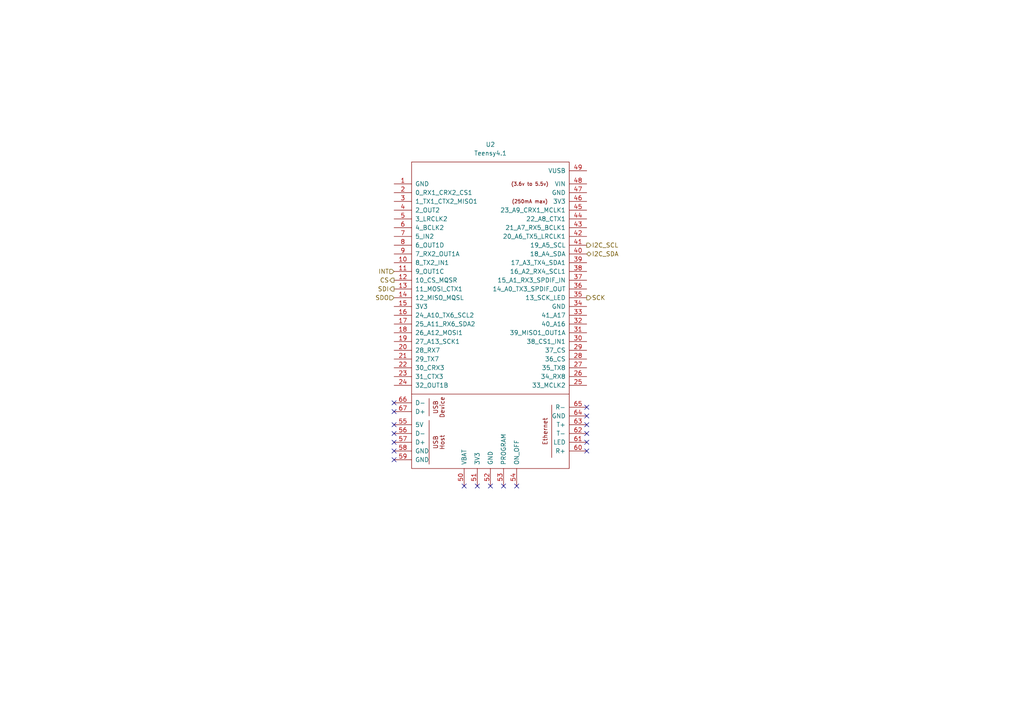
<source format=kicad_sch>
(kicad_sch (version 20250114) (generator "eeschema") (generator_version "9.0")
  (paper "A4")
  (lib_symbols
    (symbol "teensy:Teensy4.1" (pin_names (offset 1.016))
      (property "Reference" "U" (at 0 64.77 0))
      (property "Value" "Teensy4.1" (at 0 62.23 0))
      (symbol "Teensy4.1_0_0"
        (polyline (pts (xy -22.86 -6.35) (xy 22.86 -6.35)))
        (polyline (pts (xy -17.78 -7.62) (xy -17.78 -12.7)))
        (polyline (pts (xy -17.78 -26.67) (xy -17.78 -13.97)))
        (polyline (pts (xy 17.78 -9.525) (xy 17.78 -24.765)))
        (text "USB" (at -15.875 -10.16 900) (effects (font (size 1.27 1.27))))
        (text "USB" (at -15.875 -20.32 900) (effects (font (size 1.27 1.27))))
        (text "Device" (at -13.97 -10.16 900) (effects (font (size 1.27 1.27))))
        (text "Host" (at -13.97 -20.32 900) (effects (font (size 1.27 1.27))))
        (text "(3.6v to 5.5v)" (at 11.43 54.61 0) (effects (font (size 1.016 1.016))))
        (text "(250mA max)" (at 11.43 49.53 0) (effects (font (size 1.016 1.016))))
        (text "Ethernet" (at 15.875 -17.145 900) (effects (font (size 1.27 1.27))))
        (pin bidirectional line (at -27.94 44.45 0) (length 5.08) (name "3_LRCLK2") (number "5"))
        (pin bidirectional line (at -27.94 41.91 0) (length 5.08) (name "4_BCLK2") (number "6"))
        (pin bidirectional line (at -27.94 39.37 0) (length 5.08) (name "5_IN2") (number "7"))
        (pin bidirectional line (at -27.94 36.83 0) (length 5.08) (name "6_OUT1D") (number "8"))
        (pin bidirectional line (at -27.94 34.29 0) (length 5.08) (name "7_RX2_OUT1A") (number "9"))
        (pin bidirectional line (at -27.94 31.75 0) (length 5.08) (name "8_TX2_IN1") (number "10"))
        (pin bidirectional line (at -27.94 29.21 0) (length 5.08) (name "9_OUT1C") (number "11"))
        (pin bidirectional line (at -27.94 26.67 0) (length 5.08) (name "10_CS_MQSR") (number "12"))
        (pin bidirectional line (at -27.94 24.13 0) (length 5.08) (name "11_MOSI_CTX1") (number "13"))
        (pin bidirectional line (at -27.94 21.59 0) (length 5.08) (name "12_MISO_MQSL") (number "14"))
        (pin power_in line (at -27.94 19.05 0) (length 5.08) (name "3V3") (number "15"))
        (pin bidirectional line (at -27.94 16.51 0) (length 5.08) (name "24_A10_TX6_SCL2") (number "16"))
        (pin bidirectional line (at -27.94 13.97 0) (length 5.08) (name "25_A11_RX6_SDA2") (number "17"))
        (pin bidirectional line (at -27.94 11.43 0) (length 5.08) (name "26_A12_MOSI1") (number "18"))
        (pin bidirectional line (at -27.94 8.89 0) (length 5.08) (name "27_A13_SCK1") (number "19"))
        (pin bidirectional line (at -27.94 6.35 0) (length 5.08) (name "28_RX7") (number "20"))
        (pin bidirectional line (at -27.94 3.81 0) (length 5.08) (name "29_TX7") (number "21"))
        (pin bidirectional line (at -27.94 1.27 0) (length 5.08) (name "30_CRX3") (number "22"))
        (pin bidirectional line (at -27.94 -1.27 0) (length 5.08) (name "31_CTX3") (number "23"))
        (pin bidirectional line (at -27.94 -3.81 0) (length 5.08) (name "32_OUT1B") (number "24"))
        (pin bidirectional line (at -27.94 -8.89 0) (length 5.08) (name "D-") (number "66"))
        (pin bidirectional line (at -27.94 -11.43 0) (length 5.08) (name "D+") (number "67"))
        (pin power_out line (at -27.94 -15.24 0) (length 5.08) (name "5V") (number "55"))
        (pin bidirectional line (at -27.94 -17.78 0) (length 5.08) (name "D-") (number "56"))
        (pin bidirectional line (at -27.94 -20.32 0) (length 5.08) (name "D+") (number "57"))
        (pin power_in line (at -27.94 -22.86 0) (length 5.08) (name "GND") (number "58"))
        (pin power_in line (at -27.94 -25.4 0) (length 5.08) (name "GND") (number "59"))
        (pin power_in line (at -7.62 -33.02 90) (length 5.08) (name "VBAT") (number "50"))
        (pin power_in line (at -3.81 -33.02 90) (length 5.08) (name "3V3") (number "51"))
        (pin input line (at 0 -33.02 90) (length 5.08) (name "GND") (number "52"))
        (pin input line (at 3.81 -33.02 90) (length 5.08) (name "PROGRAM") (number "53"))
        (pin input line (at 7.62 -33.02 90) (length 5.08) (name "ON_OFF") (number "54"))
        (pin power_out line (at 27.94 58.42 180) (length 5.08) (name "VUSB") (number "49"))
        (pin power_in line (at 27.94 54.61 180) (length 5.08) (name "VIN") (number "48"))
        (pin output line (at 27.94 52.07 180) (length 5.08) (name "GND") (number "47"))
        (pin output line (at 27.94 49.53 180) (length 5.08) (name "3V3") (number "46"))
        (pin bidirectional line (at 27.94 46.99 180) (length 5.08) (name "23_A9_CRX1_MCLK1") (number "45"))
        (pin bidirectional line (at 27.94 44.45 180) (length 5.08) (name "22_A8_CTX1") (number "44"))
        (pin bidirectional line (at 27.94 41.91 180) (length 5.08) (name "21_A7_RX5_BCLK1") (number "43"))
        (pin bidirectional line (at 27.94 39.37 180) (length 5.08) (name "20_A6_TX5_LRCLK1") (number "42"))
        (pin bidirectional line (at 27.94 36.83 180) (length 5.08) (name "19_A5_SCL") (number "41"))
        (pin bidirectional line (at 27.94 34.29 180) (length 5.08) (name "18_A4_SDA") (number "40"))
        (pin bidirectional line (at 27.94 31.75 180) (length 5.08) (name "17_A3_TX4_SDA1") (number "39"))
        (pin bidirectional line (at 27.94 29.21 180) (length 5.08) (name "16_A2_RX4_SCL1") (number "38"))
        (pin bidirectional line (at 27.94 26.67 180) (length 5.08) (name "15_A1_RX3_SPDIF_IN") (number "37"))
        (pin bidirectional line (at 27.94 24.13 180) (length 5.08) (name "14_A0_TX3_SPDIF_OUT") (number "36"))
        (pin bidirectional line (at 27.94 21.59 180) (length 5.08) (name "13_SCK_LED") (number "35"))
        (pin bidirectional line (at 27.94 16.51 180) (length 5.08) (name "41_A17") (number "33"))
        (pin bidirectional line (at 27.94 13.97 180) (length 5.08) (name "40_A16") (number "32"))
        (pin bidirectional line (at 27.94 11.43 180) (length 5.08) (name "39_MISO1_OUT1A") (number "31"))
        (pin bidirectional line (at 27.94 8.89 180) (length 5.08) (name "38_CS1_IN1") (number "30"))
        (pin bidirectional line (at 27.94 6.35 180) (length 5.08) (name "37_CS") (number "29"))
        (pin bidirectional line (at 27.94 3.81 180) (length 5.08) (name "36_CS") (number "28"))
        (pin bidirectional line (at 27.94 1.27 180) (length 5.08) (name "35_TX8") (number "27"))
        (pin bidirectional line (at 27.94 -1.27 180) (length 5.08) (name "34_RX8") (number "26"))
        (pin bidirectional line (at 27.94 -3.81 180) (length 5.08) (name "33_MCLK2") (number "25"))
        (pin bidirectional line (at 27.94 -10.16 180) (length 5.08) (name "R-") (number "65"))
        (pin power_in line (at 27.94 -12.7 180) (length 5.08) (name "GND") (number "64"))
        (pin bidirectional line (at 27.94 -15.24 180) (length 5.08) (name "T+") (number "63"))
        (pin bidirectional line (at 27.94 -17.78 180) (length 5.08) (name "T-") (number "62"))
        (pin bidirectional line (at 27.94 -20.32 180) (length 5.08) (name "LED") (number "61"))
        (pin bidirectional line (at 27.94 -22.86 180) (length 5.08) (name "R+") (number "60"))
      )
      (symbol "Teensy4.1_0_1"
        (rectangle (start -22.86 60.96) (end 22.86 -27.94))
        (rectangle (start -20.32 -1.27) (end -20.32 -1.27))
      )
      (symbol "Teensy4.1_1_1"
        (pin power_in line (at -27.94 54.61 0) (length 5.08) (name "GND") (number "1"))
        (pin bidirectional line (at -27.94 52.07 0) (length 5.08) (name "0_RX1_CRX2_CS1") (number "2"))
        (pin bidirectional line (at -27.94 49.53 0) (length 5.08) (name "1_TX1_CTX2_MISO1") (number "3"))
        (pin bidirectional line (at -27.94 46.99 0) (length 5.08) (name "2_OUT2") (number "4"))
        (pin power_in line (at 27.94 19.05 180) (length 5.08) (name "GND") (number "34"))
      )
    )
  )
  (no_connect (at 142.24 140.97))
  (no_connect (at 114.3 133.35))
  (no_connect (at 114.3 130.81))
  (no_connect (at 138.43 140.97))
  (no_connect (at 114.3 128.27))
  (no_connect (at 149.86 140.97))
  (no_connect (at 170.18 123.19))
  (no_connect (at 134.62 140.97))
  (no_connect (at 170.18 125.73))
  (no_connect (at 170.18 118.11))
  (no_connect (at 170.18 128.27))
  (no_connect (at 114.3 123.19))
  (no_connect (at 114.3 119.38))
  (no_connect (at 146.05 140.97))
  (no_connect (at 170.18 120.65))
  (no_connect (at 114.3 125.73))
  (no_connect (at 114.3 116.84))
  (no_connect (at 170.18 130.81))
  (hierarchical_label "INT" (shape input) (at 114.3 78.74 180))
  (hierarchical_label "I2C_SCL" (shape output) (at 170.18 71.12 0))
  (hierarchical_label "I2C_SDA" (shape bidirectional) (at 170.18 73.66 0))
  (hierarchical_label "CS" (shape output) (at 114.3 81.28 180))
  (hierarchical_label "SDO" (shape input) (at 114.3 86.36 180))
  (hierarchical_label "SDI" (shape output) (at 114.3 83.82 180))
  (hierarchical_label "SCK" (shape output) (at 170.18 86.36 0))
  (symbol (lib_id "teensy:Teensy4.1") (at 142.24 107.95 0) (unit 1)
    (property "Reference" "U2" (at 142.24 41.91 0))
    (property "Value" "Teensy4.1" (at 142.24 44.45 0))
  )
)
</source>
